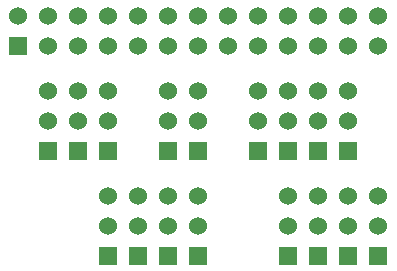
<source format=gbs>
G04 #@! TF.FileFunction,Soldermask,Bot*
%FSLAX46Y46*%
G04 Gerber Fmt 4.6, Leading zero omitted, Abs format (unit mm)*
G04 Created by KiCad (PCBNEW (after 2015-mar-04 BZR unknown)-product) date 6/20/2015 5:15:52 PM*
%MOMM*%
G01*
G04 APERTURE LIST*
%ADD10C,0.150000*%
%ADD11R,1.524000X1.524000*%
%ADD12C,1.524000*%
G04 APERTURE END LIST*
D10*
D11*
X46990000Y-34290000D03*
D12*
X46990000Y-31750000D03*
X49530000Y-34290000D03*
X49530000Y-31750000D03*
X52070000Y-34290000D03*
X52070000Y-31750000D03*
X54610000Y-34290000D03*
X54610000Y-31750000D03*
X57150000Y-34290000D03*
X57150000Y-31750000D03*
X59690000Y-34290000D03*
X59690000Y-31750000D03*
X62230000Y-34290000D03*
X62230000Y-31750000D03*
X64770000Y-34290000D03*
X64770000Y-31750000D03*
X67310000Y-34290000D03*
X67310000Y-31750000D03*
X69850000Y-34290000D03*
X69850000Y-31750000D03*
X72390000Y-34290000D03*
X72390000Y-31750000D03*
X74930000Y-34290000D03*
X74930000Y-31750000D03*
X77470000Y-34290000D03*
X77470000Y-31750000D03*
D11*
X54610000Y-43180000D03*
D12*
X54610000Y-40640000D03*
X54610000Y-38100000D03*
D11*
X62230000Y-43180000D03*
D12*
X62230000Y-40640000D03*
X62230000Y-38100000D03*
D11*
X69850000Y-43180000D03*
D12*
X69850000Y-40640000D03*
X69850000Y-38100000D03*
D11*
X74930000Y-43180000D03*
D12*
X74930000Y-40640000D03*
X74930000Y-38100000D03*
D11*
X67310000Y-43180000D03*
D12*
X67310000Y-40640000D03*
X67310000Y-38100000D03*
D11*
X72390000Y-43180000D03*
D12*
X72390000Y-40640000D03*
X72390000Y-38100000D03*
D11*
X59690000Y-43180000D03*
D12*
X59690000Y-40640000D03*
X59690000Y-38100000D03*
D11*
X62230000Y-52070000D03*
D12*
X62230000Y-49530000D03*
X62230000Y-46990000D03*
D11*
X69850000Y-52070000D03*
D12*
X69850000Y-49530000D03*
X69850000Y-46990000D03*
D11*
X72390000Y-52070000D03*
D12*
X72390000Y-49530000D03*
X72390000Y-46990000D03*
D11*
X74930000Y-52070000D03*
D12*
X74930000Y-49530000D03*
X74930000Y-46990000D03*
D11*
X77470000Y-52070000D03*
D12*
X77470000Y-49530000D03*
X77470000Y-46990000D03*
D11*
X52070000Y-43180000D03*
D12*
X52070000Y-40640000D03*
X52070000Y-38100000D03*
D11*
X57150000Y-52070000D03*
D12*
X57150000Y-49530000D03*
X57150000Y-46990000D03*
D11*
X49530000Y-43180000D03*
D12*
X49530000Y-40640000D03*
X49530000Y-38100000D03*
D11*
X54610000Y-52070000D03*
D12*
X54610000Y-49530000D03*
X54610000Y-46990000D03*
D11*
X59690000Y-52070000D03*
D12*
X59690000Y-49530000D03*
X59690000Y-46990000D03*
M02*

</source>
